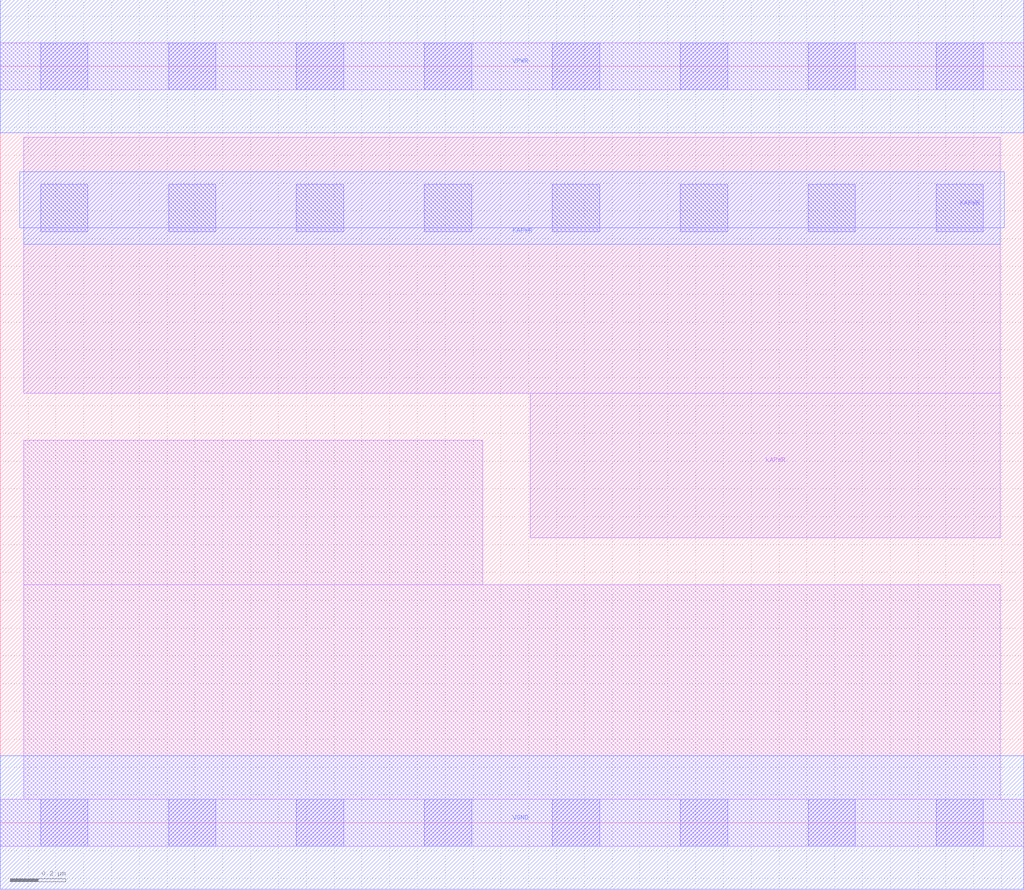
<source format=lef>
# Copyright 2020 The SkyWater PDK Authors
#
# Licensed under the Apache License, Version 2.0 (the "License");
# you may not use this file except in compliance with the License.
# You may obtain a copy of the License at
#
#     https://www.apache.org/licenses/LICENSE-2.0
#
# Unless required by applicable law or agreed to in writing, software
# distributed under the License is distributed on an "AS IS" BASIS,
# WITHOUT WARRANTIES OR CONDITIONS OF ANY KIND, either express or implied.
# See the License for the specific language governing permissions and
# limitations under the License.
#
# SPDX-License-Identifier: Apache-2.0

VERSION 5.7 ;
  NAMESCASESENSITIVE ON ;
  NOWIREEXTENSIONATPIN ON ;
  DIVIDERCHAR "/" ;
  BUSBITCHARS "[]" ;
UNITS
  DATABASE MICRONS 200 ;
END UNITS
MACRO sky130_fd_sc_hd__lpflow_decapkapwr_8
  CLASS CORE ;
  SOURCE USER ;
  FOREIGN sky130_fd_sc_hd__lpflow_decapkapwr_8 ;
  ORIGIN  0.000000  0.000000 ;
  SIZE  3.680000 BY  2.720000 ;
  SYMMETRY X Y R90 ;
  SITE unithd ;
  PIN KAPWR
    DIRECTION INOUT ;
    SHAPE ABUTMENT ;
    USE POWER ;
    PORT
      LAYER li1 ;
        RECT 0.085000 1.545000 3.595000 2.465000 ;
        RECT 1.905000 1.025000 3.595000 1.545000 ;
      LAYER mcon ;
        RECT 0.145000 2.125000 0.315000 2.295000 ;
        RECT 0.605000 2.125000 0.775000 2.295000 ;
        RECT 1.065000 2.125000 1.235000 2.295000 ;
        RECT 1.525000 2.125000 1.695000 2.295000 ;
        RECT 1.985000 2.125000 2.155000 2.295000 ;
        RECT 2.445000 2.125000 2.615000 2.295000 ;
        RECT 2.905000 2.125000 3.075000 2.295000 ;
        RECT 3.365000 2.125000 3.535000 2.295000 ;
    END
    PORT
      LAYER met1 ;
        RECT 0.070000 2.140000 3.610000 2.340000 ;
        RECT 0.085000 2.080000 3.595000 2.140000 ;
    END
  END KAPWR
  PIN VGND
    DIRECTION INOUT ;
    SHAPE ABUTMENT ;
    USE GROUND ;
    PORT
      LAYER met1 ;
        RECT 0.000000 -0.240000 3.680000 0.240000 ;
    END
  END VGND
  PIN VPWR
    DIRECTION INOUT ;
    SHAPE ABUTMENT ;
    USE POWER ;
    PORT
      LAYER met1 ;
        RECT 0.000000 2.480000 3.680000 2.960000 ;
    END
  END VPWR
  OBS
    LAYER li1 ;
      RECT 0.000000 -0.085000 3.680000 0.085000 ;
      RECT 0.000000  2.635000 3.680000 2.805000 ;
      RECT 0.085000  0.085000 3.595000 0.855000 ;
      RECT 0.085000  0.855000 1.735000 1.375000 ;
    LAYER mcon ;
      RECT 0.145000 -0.085000 0.315000 0.085000 ;
      RECT 0.145000  2.635000 0.315000 2.805000 ;
      RECT 0.605000 -0.085000 0.775000 0.085000 ;
      RECT 0.605000  2.635000 0.775000 2.805000 ;
      RECT 1.065000 -0.085000 1.235000 0.085000 ;
      RECT 1.065000  2.635000 1.235000 2.805000 ;
      RECT 1.525000 -0.085000 1.695000 0.085000 ;
      RECT 1.525000  2.635000 1.695000 2.805000 ;
      RECT 1.985000 -0.085000 2.155000 0.085000 ;
      RECT 1.985000  2.635000 2.155000 2.805000 ;
      RECT 2.445000 -0.085000 2.615000 0.085000 ;
      RECT 2.445000  2.635000 2.615000 2.805000 ;
      RECT 2.905000 -0.085000 3.075000 0.085000 ;
      RECT 2.905000  2.635000 3.075000 2.805000 ;
      RECT 3.365000 -0.085000 3.535000 0.085000 ;
      RECT 3.365000  2.635000 3.535000 2.805000 ;
  END
END sky130_fd_sc_hd__lpflow_decapkapwr_8
END LIBRARY

</source>
